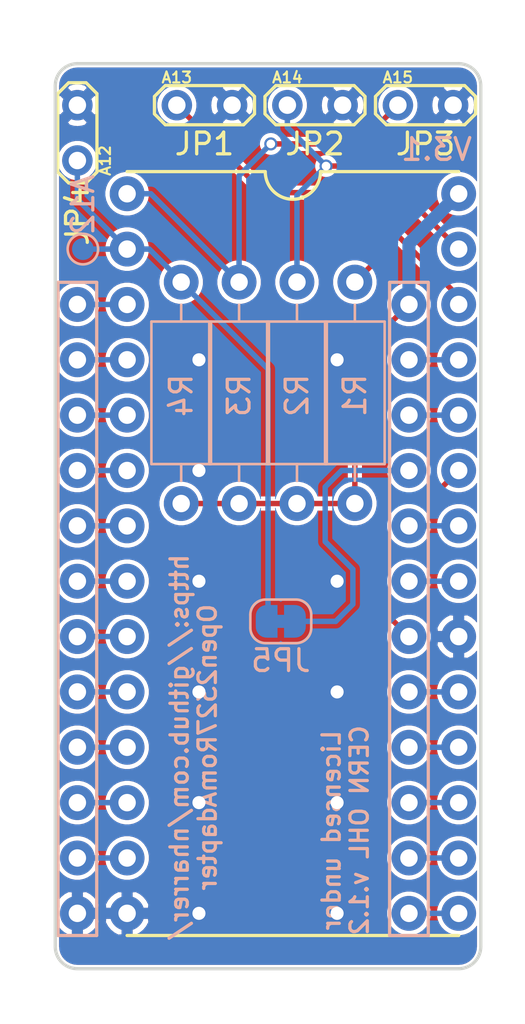
<source format=kicad_pcb>
(kicad_pcb (version 20171130) (host pcbnew "(5.1.6)-1")
  (title_block (title "Open2327RomAdapter: C64 ROM 24 -> EPROM 28 Pin Adapter") (date 2022-03-03) (rev 3.1) (company SukkoPera) (comment 1 https://ist.uwaterloo.ca/~~schepers/sockets.html) (comment 2 https://ist.uwaterloo.ca/~~schepers/roms.html) (comment 4 "Licensed under CERN OHL v.1.2"))
  (layers (0 F.Cu signal) (31 B.Cu signal) (36 B.SilkS user) (37 F.SilkS user) (38 B.Mask user) (39 F.Mask user) (44 Edge.Cuts user))
  (net 0 "")
  (net 1 GND)
  (net 2 VCC)
  (net 3 "Net-(U1-Pad1)")
  (net 4 "Net-(U1-Pad2)")
  (net 5 "Net-(U1-Pad3)")
  (net 6 "Net-(U1-Pad4)")
  (net 7 "Net-(U1-Pad5)")
  (net 8 "Net-(U1-Pad6)")
  (net 9 "Net-(U1-Pad7)")
  (net 10 "Net-(U1-Pad8)")
  (net 11 "Net-(U1-Pad9)")
  (net 12 "Net-(U1-Pad10)")
  (net 13 "Net-(U1-Pad11)")
  (net 14 "Net-(U1-Pad13)")
  (net 15 "Net-(U1-Pad14)")
  (net 16 "Net-(U1-Pad15)")
  (net 17 "Net-(U1-Pad16)")
  (net 18 "Net-(U1-Pad17)")
  (net 19 "Net-(U1-Pad18)")
  (net 20 "Net-(U1-Pad19)")
  (net 21 "Net-(U1-Pad20)")
  (net 22 "Net-(U1-Pad22)")
  (net 23 "Net-(U1-Pad23)")
  (net 24 "Net-(J1-Pad1)")
  (net 25 "Net-(JP1-Pad1)")
  (net 26 "Net-(JP2-Pad1)")
  (net 27 "Net-(JP3-Pad1)")
  (net 28 "Net-(JP5-Pad2)")
  (module TestPoint:TestPoint_2Pads_Pitch2.54mm_Drill0.8mm (layer F.Cu) (at 146.304 100.076 90)
    (fp_text reference JP4 (at -2.54 0 90) (layer F.SilkS))
    (fp_text value J_A12)
    (pad 2 thru_hole circle (at 2.54 0 90) (size 1.4 1.4) (drill 0.8) (layers *.Cu *.Mask) (net 1 GND))
    (pad 1 thru_hole circle (at 0 0 90) (size 1.4 1.4) (drill 0.8) (layers *.Cu *.Mask) (net 24 "Net-(J1-Pad1)"))
  )
  (module TestPoint:TestPoint_2Pads_Pitch2.54mm_Drill0.8mm (layer F.Cu) (at 161.036 97.536)
    (fp_text reference JP3 (at 1.27 1.778) (layer F.SilkS))
    (fp_text value J_A15)
    (pad 2 thru_hole circle (at 2.54 0) (size 1.4 1.4) (drill 0.8) (layers *.Cu *.Mask) (net 1 GND))
    (pad 1 thru_hole circle (at 0 0) (size 1.4 1.4) (drill 0.8) (layers *.Cu *.Mask) (net 27 "Net-(JP3-Pad1)"))
  )
  (module TestPoint:TestPoint_2Pads_Pitch2.54mm_Drill0.8mm (layer F.Cu) (at 155.956 97.536)
    (fp_text reference JP2 (at 1.27 1.778) (layer F.SilkS))
    (fp_text value J_A14)
    (pad 2 thru_hole circle (at 2.54 0) (size 1.4 1.4) (drill 0.8) (layers *.Cu *.Mask) (net 1 GND))
    (pad 1 thru_hole circle (at 0 0) (size 1.4 1.4) (drill 0.8) (layers *.Cu *.Mask) (net 26 "Net-(JP2-Pad1)"))
  )
  (module TestPoint:TestPoint_2Pads_Pitch2.54mm_Drill0.8mm (layer F.Cu) (at 150.876 97.536)
    (fp_text reference JP1 (at 1.27 1.778) (layer F.SilkS))
    (fp_text value J_A13)
    (pad 2 thru_hole circle (at 2.54 0) (size 1.4 1.4) (drill 0.8) (layers *.Cu *.Mask) (net 1 GND))
    (pad 1 thru_hole circle (at 0 0) (size 1.4 1.4) (drill 0.8) (layers *.Cu *.Mask) (net 25 "Net-(JP1-Pad1)"))
  )
  (module Resistor_THT:R_Axial_DIN0207_L6.3mm_D2.5mm_P10.16mm_Horizontal (layer B.Cu) (at 151.075799 105.655 270)
    (fp_text reference R4 (at 5.2 0 90) (layer B.SilkS) (effects (justify mirror)))
    (fp_text value 10k)
    (pad 2 thru_hole oval (at 10.16 0 270) (size 1.6 1.6) (drill 0.8) (layers *.Cu *.Mask) (net 2 VCC))
    (pad 1 thru_hole circle (at 0 0 270) (size 1.6 1.6) (drill 0.8) (layers *.Cu *.Mask) (net 24 "Net-(J1-Pad1)"))
  )
  (module Resistor_THT:R_Axial_DIN0207_L6.3mm_D2.5mm_P10.16mm_Horizontal (layer B.Cu) (at 153.736599 105.655 270)
    (fp_text reference R3 (at 5.2 0 90) (layer B.SilkS) (effects (justify mirror)))
    (fp_text value 10k)
    (pad 2 thru_hole oval (at 10.16 0 270) (size 1.6 1.6) (drill 0.8) (layers *.Cu *.Mask) (net 2 VCC))
    (pad 1 thru_hole circle (at 0 0 270) (size 1.6 1.6) (drill 0.8) (layers *.Cu *.Mask) (net 27 "Net-(JP3-Pad1)"))
  )
  (module Resistor_THT:R_Axial_DIN0207_L6.3mm_D2.5mm_P10.16mm_Horizontal (layer B.Cu) (at 156.397399 105.655 270)
    (fp_text reference R2 (at 5.2 0 90) (layer B.SilkS) (effects (justify mirror)))
    (fp_text value 10k)
    (pad 2 thru_hole oval (at 10.16 0 270) (size 1.6 1.6) (drill 0.8) (layers *.Cu *.Mask) (net 2 VCC))
    (pad 1 thru_hole circle (at 0 0 270) (size 1.6 1.6) (drill 0.8) (layers *.Cu *.Mask) (net 26 "Net-(JP2-Pad1)"))
  )
  (module Resistor_THT:R_Axial_DIN0207_L6.3mm_D2.5mm_P10.16mm_Horizontal (layer B.Cu) (at 159.058199 105.655 270)
    (fp_text reference R1 (at 5.2 0 90) (layer B.SilkS) (effects (justify mirror)))
    (fp_text value 10k)
    (pad 2 thru_hole oval (at 10.16 0 270) (size 1.6 1.6) (drill 0.8) (layers *.Cu *.Mask) (net 2 VCC))
    (pad 1 thru_hole circle (at 0 0 270) (size 1.6 1.6) (drill 0.8) (layers *.Cu *.Mask) (net 25 "Net-(JP1-Pad1)"))
  )
  (module Open2327RomAdapter:DIP-24_W15.24mm-Notch (layer F.Cu) (at 146.304 106.68)
    (fp_text reference U1 hide)
    (fp_text value 2364_SOCKET hide)
    (pad 1 thru_hole oval (at 0 0) (size 1.6 1.6) (drill 0.8) (layers *.Cu *.Mask) (net 3 "Net-(U1-Pad1)"))
    (pad 2 thru_hole oval (at 0 2.54) (size 1.6 1.6) (drill 0.8) (layers *.Cu *.Mask) (net 4 "Net-(U1-Pad2)"))
    (pad 3 thru_hole oval (at 0 5.08) (size 1.6 1.6) (drill 0.8) (layers *.Cu *.Mask) (net 5 "Net-(U1-Pad3)"))
    (pad 4 thru_hole oval (at 0 7.62) (size 1.6 1.6) (drill 0.8) (layers *.Cu *.Mask) (net 6 "Net-(U1-Pad4)"))
    (pad 5 thru_hole oval (at 0 10.16) (size 1.6 1.6) (drill 0.8) (layers *.Cu *.Mask) (net 7 "Net-(U1-Pad5)"))
    (pad 6 thru_hole oval (at 0 12.7) (size 1.6 1.6) (drill 0.8) (layers *.Cu *.Mask) (net 8 "Net-(U1-Pad6)"))
    (pad 7 thru_hole oval (at 0 15.24) (size 1.6 1.6) (drill 0.8) (layers *.Cu *.Mask) (net 9 "Net-(U1-Pad7)"))
    (pad 8 thru_hole oval (at 0 17.78) (size 1.6 1.6) (drill 0.8) (layers *.Cu *.Mask) (net 10 "Net-(U1-Pad8)"))
    (pad 9 thru_hole oval (at 0 20.32) (size 1.6 1.6) (drill 0.8) (layers *.Cu *.Mask) (net 11 "Net-(U1-Pad9)"))
    (pad 10 thru_hole oval (at 0 22.86) (size 1.6 1.6) (drill 0.8) (layers *.Cu *.Mask) (net 12 "Net-(U1-Pad10)"))
    (pad 11 thru_hole oval (at 0 25.4) (size 1.6 1.6) (drill 0.8) (layers *.Cu *.Mask) (net 13 "Net-(U1-Pad11)"))
    (pad 12 thru_hole oval (at 0 27.94) (size 1.6 1.6) (drill 0.8) (layers *.Cu *.Mask) (net 1 GND))
    (pad 13 thru_hole oval (at 15.24 27.94) (size 1.6 1.6) (drill 0.8) (layers *.Cu *.Mask) (net 14 "Net-(U1-Pad13)"))
    (pad 14 thru_hole oval (at 15.24 25.4) (size 1.6 1.6) (drill 0.8) (layers *.Cu *.Mask) (net 15 "Net-(U1-Pad14)"))
    (pad 15 thru_hole oval (at 15.24 22.86) (size 1.6 1.6) (drill 0.8) (layers *.Cu *.Mask) (net 16 "Net-(U1-Pad15)"))
    (pad 16 thru_hole oval (at 15.24 20.32) (size 1.6 1.6) (drill 0.8) (layers *.Cu *.Mask) (net 17 "Net-(U1-Pad16)"))
    (pad 17 thru_hole oval (at 15.24 17.78) (size 1.6 1.6) (drill 0.8) (layers *.Cu *.Mask) (net 18 "Net-(U1-Pad17)"))
    (pad 18 thru_hole oval (at 15.24 15.24) (size 1.6 1.6) (drill 0.8) (layers *.Cu *.Mask) (net 19 "Net-(U1-Pad18)"))
    (pad 19 thru_hole oval (at 15.24 12.7) (size 1.6 1.6) (drill 0.8) (layers *.Cu *.Mask) (net 20 "Net-(U1-Pad19)"))
    (pad 20 thru_hole oval (at 15.24 10.16) (size 1.6 1.6) (drill 0.8) (layers *.Cu *.Mask) (net 21 "Net-(U1-Pad20)"))
    (pad 21 thru_hole oval (at 15.24 7.62) (size 1.6 1.6) (drill 0.8) (layers *.Cu *.Mask) (net 28 "Net-(JP5-Pad2)"))
    (pad 22 thru_hole oval (at 15.24 5.08) (size 1.6 1.6) (drill 0.8) (layers *.Cu *.Mask) (net 22 "Net-(U1-Pad22)"))
    (pad 23 thru_hole oval (at 15.24 2.54) (size 1.6 1.6) (drill 0.8) (layers *.Cu *.Mask) (net 23 "Net-(U1-Pad23)"))
    (pad 24 thru_hole oval (at 15.24 0) (size 1.6 1.6) (drill 0.8) (layers *.Cu *.Mask) (net 2 VCC))
  )
  (module Open2327RomAdapter:DIP-28_W15.24mm-Notch (layer F.Cu) (at 148.59 101.6)
    (fp_text reference U2 hide)
    (fp_text value 27128 hide)
    (pad 1 thru_hole oval (at 0 0) (size 1.6 1.6) (drill 0.8) (layers *.Cu *.Mask) (net 27 "Net-(JP3-Pad1)"))
    (pad 2 thru_hole oval (at 0 2.54) (size 1.6 1.6) (drill 0.8) (layers *.Cu *.Mask) (net 24 "Net-(J1-Pad1)"))
    (pad 3 thru_hole oval (at 0 5.08) (size 1.6 1.6) (drill 0.8) (layers *.Cu *.Mask) (net 3 "Net-(U1-Pad1)"))
    (pad 4 thru_hole oval (at 0 7.62) (size 1.6 1.6) (drill 0.8) (layers *.Cu *.Mask) (net 4 "Net-(U1-Pad2)"))
    (pad 5 thru_hole oval (at 0 10.16) (size 1.6 1.6) (drill 0.8) (layers *.Cu *.Mask) (net 5 "Net-(U1-Pad3)"))
    (pad 6 thru_hole oval (at 0 12.7) (size 1.6 1.6) (drill 0.8) (layers *.Cu *.Mask) (net 6 "Net-(U1-Pad4)"))
    (pad 7 thru_hole oval (at 0 15.24) (size 1.6 1.6) (drill 0.8) (layers *.Cu *.Mask) (net 7 "Net-(U1-Pad5)"))
    (pad 8 thru_hole oval (at 0 17.78) (size 1.6 1.6) (drill 0.8) (layers *.Cu *.Mask) (net 8 "Net-(U1-Pad6)"))
    (pad 9 thru_hole oval (at 0 20.32) (size 1.6 1.6) (drill 0.8) (layers *.Cu *.Mask) (net 9 "Net-(U1-Pad7)"))
    (pad 10 thru_hole oval (at 0 22.86) (size 1.6 1.6) (drill 0.8) (layers *.Cu *.Mask) (net 10 "Net-(U1-Pad8)"))
    (pad 11 thru_hole oval (at 0 25.4) (size 1.6 1.6) (drill 0.8) (layers *.Cu *.Mask) (net 11 "Net-(U1-Pad9)"))
    (pad 12 thru_hole oval (at 0 27.94) (size 1.6 1.6) (drill 0.8) (layers *.Cu *.Mask) (net 12 "Net-(U1-Pad10)"))
    (pad 13 thru_hole oval (at 0 30.48) (size 1.6 1.6) (drill 0.8) (layers *.Cu *.Mask) (net 13 "Net-(U1-Pad11)"))
    (pad 14 thru_hole oval (at 0 33.02) (size 1.6 1.6) (drill 0.8) (layers *.Cu *.Mask) (net 1 GND))
    (pad 15 thru_hole oval (at 15.24 33.02) (size 1.6 1.6) (drill 0.8) (layers *.Cu *.Mask) (net 14 "Net-(U1-Pad13)"))
    (pad 16 thru_hole oval (at 15.24 30.48) (size 1.6 1.6) (drill 0.8) (layers *.Cu *.Mask) (net 15 "Net-(U1-Pad14)"))
    (pad 17 thru_hole oval (at 15.24 27.94) (size 1.6 1.6) (drill 0.8) (layers *.Cu *.Mask) (net 16 "Net-(U1-Pad15)"))
    (pad 18 thru_hole oval (at 15.24 25.4) (size 1.6 1.6) (drill 0.8) (layers *.Cu *.Mask) (net 17 "Net-(U1-Pad16)"))
    (pad 19 thru_hole oval (at 15.24 22.86) (size 1.6 1.6) (drill 0.8) (layers *.Cu *.Mask) (net 18 "Net-(U1-Pad17)"))
    (pad 20 thru_hole oval (at 15.24 20.32) (size 1.6 1.6) (drill 0.8) (layers *.Cu *.Mask) (net 1 GND))
    (pad 21 thru_hole oval (at 15.24 17.78) (size 1.6 1.6) (drill 0.8) (layers *.Cu *.Mask) (net 20 "Net-(U1-Pad19)"))
    (pad 22 thru_hole oval (at 15.24 15.24) (size 1.6 1.6) (drill 0.8) (layers *.Cu *.Mask) (net 21 "Net-(U1-Pad20)"))
    (pad 23 thru_hole oval (at 15.24 12.7) (size 1.6 1.6) (drill 0.8) (layers *.Cu *.Mask) (net 19 "Net-(U1-Pad18)"))
    (pad 24 thru_hole oval (at 15.24 10.16) (size 1.6 1.6) (drill 0.8) (layers *.Cu *.Mask) (net 22 "Net-(U1-Pad22)"))
    (pad 25 thru_hole oval (at 15.24 7.62) (size 1.6 1.6) (drill 0.8) (layers *.Cu *.Mask) (net 23 "Net-(U1-Pad23)"))
    (pad 26 thru_hole oval (at 15.24 5.08) (size 1.6 1.6) (drill 0.8) (layers *.Cu *.Mask) (net 25 "Net-(JP1-Pad1)"))
    (pad 27 thru_hole oval (at 15.24 2.54) (size 1.6 1.6) (drill 0.8) (layers *.Cu *.Mask) (net 26 "Net-(JP2-Pad1)"))
    (pad 28 thru_hole oval (at 15.24 0) (size 1.6 1.6) (drill 0.8) (layers *.Cu *.Mask) (net 2 VCC))
  )
  (module Symbol:OSHW-Logo2_7.3x6mm_Copper (layer F.Cu) (at 154.686 132.08 90)
    (fp_text reference P99 hide)
    (fp_text value OSHW_LOGO hide)
    (fp_poly (pts (xy -2.400256 1.919918) (xy -2.344799 1.947568) (xy -2.295852 1.99848) (xy -2.282371 2.017338) (xy -2.267686 2.042015) (xy -2.258158 2.068816) (xy -2.252707 2.104587) (xy -2.250253 2.156169) (xy -2.249714 2.224267) (xy -2.252148 2.317588) (xy -2.260606 2.387657) (xy -2.276826 2.439931) (xy -2.302546 2.479869) (xy -2.339503 2.512929) (xy -2.342218 2.514886) (xy -2.37864 2.534908) (xy -2.422498 2.544815) (xy -2.478276 2.547257) (xy -2.568952 2.547257) (xy -2.56899 2.635283) (xy -2.569834 2.684308) (xy -2.574976 2.713065) (xy -2.588413 2.730311) (xy -2.614142 2.744808) (xy -2.620321 2.747769) (xy -2.649236 2.761648) (xy -2.671624 2.770414) (xy -2.688271 2.771171) (xy -2.699964 2.761023) (xy -2.70749 2.737073) (xy -2.711634 2.696426) (xy -2.713185 2.636186) (xy -2.712929 2.553455) (xy -2.711651 2.445339) (xy -2.711252 2.413) (xy -2.709815 2.301524) (xy -2.708528 2.228603) (xy -2.569029 2.228603) (xy -2.568245 2.290499) (xy -2.56476 2.330997) (xy -2.556876 2.357708) (xy -2.542895 2.378244) (xy -2.533403 2.38826) (xy -2.494596 2.417567) (xy -2.460237 2.419952) (xy -2.424784 2.39575) (xy -2.423886 2.394857) (xy -2.409461 2.376153) (xy -2.400687 2.350732) (xy -2.396261 2.311584) (xy -2.394882 2.251697) (xy -2.394857 2.23843) (xy -2.398188 2.155901) (xy -2.409031 2.098691) (xy -2.42866 2.063766) (xy -2.45835 2.048094) (xy -2.475509 2.046514) (xy -2.516234 2.053926) (xy -2.544168 2.07833) (xy -2.560983 2.12298) (xy -2.56835 2.19113) (xy -2.569029 2.228603) (xy -2.708528 2.228603) (xy -2.708292 2.215245) (xy -2.706323 2.150333) (xy -2.70355 2.102958) (xy -2.699612 2.06929) (xy -2.694151 2.045498) (xy -2.686808 2.027753) (xy -2.677223 2.012224) (xy -2.673113 2.006381) (xy -2.618595 1.951185) (xy -2.549664 1.91989) (xy -2.469928 1.911165) (xy -2.400256 1.919918)) (layer F.Cu) (width 0.01))
    (fp_poly (pts (xy -1.283907 1.92778) (xy -1.237328 1.954723) (xy -1.204943 1.981466) (xy -1.181258 2.009484) (xy -1.164941 2.043748) (xy -1.154661 2.089227) (xy -1.149086 2.150892) (xy -1.146884 2.233711) (xy -1.146629 2.293246) (xy -1.146629 2.512391) (xy -1.208314 2.540044) (xy -1.27 2.567697) (xy -1.277257 2.32767) (xy -1.280256 2.238028) (xy -1.283402 2.172962) (xy -1.287299 2.128026) (xy -1.292553 2.09877) (xy -1.299769 2.080748) (xy -1.30955 2.069511) (xy -1.312688 2.067079) (xy -1.360239 2.048083) (xy -1.408303 2.0556) (xy -1.436914 2.075543) (xy -1.448553 2.089675) (xy -1.456609 2.10822) (xy -1.461729 2.136334) (xy -1.464559 2.179173) (xy -1.465744 2.241895) (xy -1.465943 2.307261) (xy -1.465982 2.389268) (xy -1.467386 2.447316) (xy -1.472086 2.486465) (xy -1.482013 2.51178) (xy -1.499097 2.528323) (xy -1.525268 2.541156) (xy -1.560225 2.554491) (xy -1.598404 2.569007) (xy -1.593859 2.311389) (xy -1.592029 2.218519) (xy -1.589888 2.149889) (xy -1.586819 2.100711) (xy -1.582206 2.066198) (xy -1.575432 2.041562) (xy -1.565881 2.022016) (xy -1.554366 2.00477) (xy -1.49881 1.94968) (xy -1.43102 1.917822) (xy -1.357287 1.910191) (xy -1.283907 1.92778)) (layer F.Cu) (width 0.01))
    (fp_poly (pts (xy -2.958885 1.921962) (xy -2.890855 1.957733) (xy -2.840649 2.015301) (xy -2.822815 2.052312) (xy -2.808937 2.107882) (xy -2.801833 2.178096) (xy -2.80116 2.254727) (xy -2.806573 2.329552) (xy -2.81773 2.394342) (xy -2.834286 2.440873) (xy -2.839374 2.448887) (xy -2.899645 2.508707) (xy -2.971231 2.544535) (xy -3.048908 2.55502) (xy -3.127452 2.53881) (xy -3.149311 2.529092) (xy -3.191878 2.499143) (xy -3.229237 2.459433) (xy -3.232768 2.454397) (xy -3.247119 2.430124) (xy -3.256606 2.404178) (xy -3.26221 2.370022) (xy -3.264914 2.321119) (xy -3.265701 2.250935) (xy -3.265714 2.2352) (xy -3.265678 2.230192) (xy -3.120571 2.230192) (xy -3.119727 2.29643) (xy -3.116404 2.340386) (xy -3.109417 2.368779) (xy -3.097584 2.388325) (xy -3.091543 2.394857) (xy -3.056814 2.41968) (xy -3.023097 2.418548) (xy -2.989005 2.397016) (xy -2.968671 2.374029) (xy -2.956629 2.340478) (xy -2.949866 2.287569) (xy -2.949402 2.281399) (xy -2.948248 2.185513) (xy -2.960312 2.114299) (xy -2.98543 2.068194) (xy -3.02344 2.047635) (xy -3.037008 2.046514) (xy -3.072636 2.052152) (xy -3.097006 2.071686) (xy -3.111907 2.109042) (xy -3.119125 2.16815) (xy -3.120571 2.230192) (xy -3.265678 2.230192) (xy -3.265174 2.160413) (xy -3.262904 2.108159) (xy -3.257932 2.071949) (xy -3.249287 2.045299) (xy -3.235995 2.021722) (xy -3.233057 2.017338) (xy -3.183687 1.958249) (xy -3.129891 1.923947) (xy -3.064398 1.910331) (xy -3.042158 1.909665) (xy -2.958885 1.921962)) (layer F.Cu) (width 0.01))
    (fp_poly (pts (xy -1.831697 1.931239) (xy -1.774473 1.969735) (xy -1.730251 2.025335) (xy -1.703833 2.096086) (xy -1.69849 2.148162) (xy -1.699097 2.169893) (xy -1.704178 2.186531) (xy -1.718145 2.201437) (xy -1.745411 2.217973) (xy -1.790388 2.239498) (xy -1.857489 2.269374) (xy -1.857829 2.269524) (xy -1.919593 2.297813) (xy -1.970241 2.322933) (xy -2.004596 2.342179) (xy -2.017482 2.352848) (xy -2.017486 2.352934) (xy -2.006128 2.376166) (xy -1.979569 2.401774) (xy -1.949077 2.420221) (xy -1.93363 2.423886) (xy -1.891485 2.411212) (xy -1.855192 2.379471) (xy -1.837483 2.344572) (xy -1.820448 2.318845) (xy -1.787078 2.289546) (xy -1.747851 2.264235) (xy -1.713244 2.250471) (xy -1.706007 2.249714) (xy -1.697861 2.26216) (xy -1.69737 2.293972) (xy -1.703357 2.336866) (xy -1.714643 2.382558) (xy -1.73005 2.422761) (xy -1.730829 2.424322) (xy -1.777196 2.489062) (xy -1.837289 2.533097) (xy -1.905535 2.554711) (xy -1.976362 2.552185) (xy -2.044196 2.523804) (xy -2.047212 2.521808) (xy -2.100573 2.473448) (xy -2.13566 2.410352) (xy -2.155078 2.327387) (xy -2.157684 2.304078) (xy -2.162299 2.194055) (xy -2.156767 2.142748) (xy -2.017486 2.142748) (xy -2.015676 2.174753) (xy -2.005778 2.184093) (xy -1.981102 2.177105) (xy -1.942205 2.160587) (xy -1.898725 2.139881) (xy -1.897644 2.139333) (xy -1.860791 2.119949) (xy -1.846 2.107013) (xy -1.849647 2.093451) (xy -1.865005 2.075632) (xy -1.904077 2.049845) (xy -1.946154 2.04795) (xy -1.983897 2.066717) (xy -2.009966 2.102915) (xy -2.017486 2.142748) (xy -2.156767 2.142748) (xy -2.152806 2.106027) (xy -2.12845 2.036212) (xy -2.094544 1.987302) (xy -2.033347 1.937878) (xy -1.965937 1.913359) (xy -1.89712 1.911797) (xy -1.831697 1.931239)) (layer F.Cu) (width 0.01))
    (fp_poly (pts (xy -0.624114 1.851289) (xy -0.619861 1.910613) (xy -0.614975 1.945572) (xy -0.608205 1.96082) (xy -0.598298 1.961015) (xy -0.595086 1.959195) (xy -0.552356 1.946015) (xy -0.496773 1.946785) (xy -0.440263 1.960333) (xy -0.404918 1.977861) (xy -0.368679 2.005861) (xy -0.342187 2.037549) (xy -0.324001 2.077813) (xy -0.312678 2.131543) (xy -0.306778 2.203626) (xy -0.304857 2.298951) (xy -0.304823 2.317237) (xy -0.3048 2.522646) (xy -0.350509 2.53858) (xy -0.382973 2.54942) (xy -0.400785 2.554468) (xy -0.401309 2.554514) (xy -0.403063 2.540828) (xy -0.404556 2.503076) (xy -0.405674 2.446224) (xy -0.406303 2.375234) (xy -0.4064 2.332073) (xy -0.406602 2.246973) (xy -0.407642 2.185981) (xy -0.410169 2.144177) (xy -0.414836 2.116642) (xy -0.422293 2.098456) (xy -0.433189 2.084698) (xy -0.439993 2.078073) (xy -0.486728 2.051375) (xy -0.537728 2.049375) (xy -0.583999 2.071955) (xy -0.592556 2.080107) (xy -0.605107 2.095436) (xy -0.613812 2.113618) (xy -0.619369 2.139909) (xy -0.622474 2.179562) (xy -0.623824 2.237832) (xy -0.624114 2.318173) (xy -0.624114 2.522646) (xy -0.669823 2.53858) (xy -0.702287 2.54942) (xy -0.720099 2.554468) (xy -0.720623 2.554514) (xy -0.721963 2.540623) (xy -0.723172 2.501439) (xy -0.724199 2.4407) (xy -0.724998 2.362141) (xy -0.725519 2.269498) (xy -0.725714 2.166509) (xy -0.725714 1.769342) (xy -0.678543 1.749444) (xy -0.631371 1.729547) (xy -0.624114 1.851289)) (layer F.Cu) (width 0.01))
    (fp_poly (pts (xy 0.039744 1.950968) (xy 0.096616 1.972087) (xy 0.097267 1.972493) (xy 0.13244 1.99838) (xy 0.158407 2.028633) (xy 0.17667 2.068058) (xy 0.188732 2.121462) (xy 0.196096 2.193651) (xy 0.200264 2.289432) (xy 0.200629 2.303078) (xy 0.205876 2.508842) (xy 0.161716 2.531678) (xy 0.129763 2.54711) (xy 0.11047 2.554423) (xy 0.109578 2.554514) (xy 0.106239 2.541022) (xy 0.103587 2.504626) (xy 0.101956 2.451452) (xy 0.1016 2.408393) (xy 0.101592 2.338641) (xy 0.098403 2.294837) (xy 0.087288 2.273944) (xy 0.063501 2.272925) (xy 0.022296 2.288741) (xy -0.039914 2.317815) (xy -0.085659 2.341963) (xy -0.109187 2.362913) (xy -0.116104 2.385747) (xy -0.116114 2.386877) (xy -0.104701 2.426212) (xy -0.070908 2.447462) (xy -0.019191 2.450539) (xy 0.018061 2.450006) (xy 0.037703 2.460735) (xy 0.049952 2.486505) (xy 0.057002 2.519337) (xy 0.046842 2.537966) (xy 0.043017 2.540632) (xy 0.007001 2.55134) (xy -0.043434 2.552856) (xy -0.095374 2.545759) (xy -0.132178 2.532788) (xy -0.183062 2.489585) (xy -0.211986 2.429446) (xy -0.217714 2.382462) (xy -0.213343 2.340082) (xy -0.197525 2.305488) (xy -0.166203 2.274763) (xy -0.115322 2.24399) (xy -0.040824 2.209252) (xy -0.036286 2.207288) (xy 0.030821 2.176287) (xy 0.072232 2.150862) (xy 0.089981 2.128014) (xy 0.086107 2.104745) (xy 0.062643 2.078056) (xy 0.055627 2.071914) (xy 0.00863 2.0481) (xy -0.040067 2.049103) (xy -0.082478 2.072451) (xy -0.110616 2.115675) (xy -0.113231 2.12416) (xy -0.138692 2.165308) (xy -0.170999 2.185128) (xy -0.217714 2.20477) (xy -0.217714 2.15395) (xy -0.203504 2.080082) (xy -0.161325 2.012327) (xy -0.139376 1.989661) (xy -0.089483 1.960569) (xy -0.026033 1.9474) (xy 0.039744 1.950968)) (layer F.Cu) (width 0.01))
    (fp_poly (pts (xy 0.529926 1.949755) (xy 0.595858 1.974084) (xy 0.649273 2.017117) (xy 0.670164 2.047409) (xy 0.692939 2.102994) (xy 0.692466 2.143186) (xy 0.668562 2.170217) (xy 0.659717 2.174813) (xy 0.62153 2.189144) (xy 0.602028 2.185472) (xy 0.595422 2.161407) (xy 0.595086 2.148114) (xy 0.582992 2.09921) (xy 0.551471 2.064999) (xy 0.507659 2.048476) (xy 0.458695 2.052634) (xy 0.418894 2.074227) (xy 0.40545 2.086544) (xy 0.395921 2.101487) (xy 0.389485 2.124075) (xy 0.385317 2.159328) (xy 0.382597 2.212266) (xy 0.380502 2.287907) (xy 0.37996 2.311857) (xy 0.377981 2.39379) (xy 0.375731 2.451455) (xy 0.372357 2.489608) (xy 0.367006 2.513004) (xy 0.358824 2.526398) (xy 0.346959 2.534545) (xy 0.339362 2.538144) (xy 0.307102 2.550452) (xy 0.288111 2.554514) (xy 0.281836 2.540948) (xy 0.278006 2.499934) (xy 0.2766 2.430999) (xy 0.277598 2.333669) (xy 0.277908 2.318657) (xy 0.280101 2.229859) (xy 0.282693 2.165019) (xy 0.286382 2.119067) (xy 0.291864 2.086935) (xy 0.299835 2.063553) (xy 0.310993 2.043852) (xy 0.31683 2.03541) (xy 0.350296 1.998057) (xy 0.387727 1.969003) (xy 0.392309 1.966467) (xy 0.459426 1.946443) (xy 0.529926 1.949755)) (layer F.Cu) (width 0.01))
    (fp_poly (pts (xy 1.190117 2.065358) (xy 1.189933 2.173837) (xy 1.189219 2.257287) (xy 1.187675 2.319704) (xy 1.185001 2.365085) (xy 1.180894 2.397429) (xy 1.175055 2.420733) (xy 1.167182 2.438995) (xy 1.161221 2.449418) (xy 1.111855 2.505945) (xy 1.049264 2.541377) (xy 0.980013 2.55409) (xy 0.910668 2.542463) (xy 0.869375 2.521568) (xy 0.826025 2.485422) (xy 0.796481 2.441276) (xy 0.778655 2.383462) (xy 0.770463 2.306313) (xy 0.769302 2.249714) (xy 0.769458 2.245647) (xy 0.870857 2.245647) (xy 0.871476 2.31055) (xy 0.874314 2.353514) (xy 0.88084 2.381622) (xy 0.892523 2.401953) (xy 0.906483 2.417288) (xy 0.953365 2.44689) (xy 1.003701 2.449419) (xy 1.051276 2.424705) (xy 1.054979 2.421356) (xy 1.070783 2.403935) (xy 1.080693 2.383209) (xy 1.086058 2.352362) (xy 1.088228 2.304577) (xy 1.088571 2.251748) (xy 1.087827 2.185381) (xy 1.084748 2.141106) (xy 1.078061 2.112009) (xy 1.066496 2.091173) (xy 1.057013 2.080107) (xy 1.01296 2.052198) (xy 0.962224 2.048843) (xy 0.913796 2.070159) (xy 0.90445 2.078073) (xy 0.88854 2.095647) (xy 0.87861 2.116587) (xy 0.873278 2.147782) (xy 0.871163 2.196122) (xy 0.870857 2.245647) (xy 0.769458 2.245647) (xy 0.77281 2.158568) (xy 0.784726 2.090086) (xy 0.807135 2.0386) (xy 0.842124 1.998443) (xy 0.869375 1.977861) (xy 0.918907 1.955625) (xy 0.976316 1.945304) (xy 1.029682 1.948067) (xy 1.059543 1.959212) (xy 1.071261 1.962383) (xy 1.079037 1.950557) (xy 1.084465 1.918866) (xy 1.088571 1.870593) (xy 1.093067 1.816829) (xy 1.099313 1.784482) (xy 1.110676 1.765985) (xy 1.130528 1.75377) (xy 1.143 1.748362) (xy 1.190171 1.728601) (xy 1.190117 2.065358)) (layer F.Cu) (width 0.01))
    (fp_poly (pts (xy 1.779833 1.958663) (xy 1.782048 1.99685) (xy 1.783784 2.054886) (xy 1.784899 2.12818) (xy 1.785257 2.205055) (xy 1.785257 2.465196) (xy 1.739326 2.511127) (xy 1.707675 2.539429) (xy 1.67989 2.550893) (xy 1.641915 2.550168) (xy 1.62684 2.548321) (xy 1.579726 2.542948) (xy 1.540756 2.539869) (xy 1.531257 2.539585) (xy 1.499233 2.541445) (xy 1.453432 2.546114) (xy 1.435674 2.548321) (xy 1.392057 2.551735) (xy 1.362745 2.54432) (xy 1.33368 2.521427) (xy 1.323188 2.511127) (xy 1.277257 2.465196) (xy 1.277257 1.978602) (xy 1.314226 1.961758) (xy 1.346059 1.949282) (xy 1.364683 1.944914) (xy 1.369458 1.958718) (xy 1.373921 1.997286) (xy 1.377775 2.056356) (xy 1.380722 2.131663) (xy 1.382143 2.195286) (xy 1.386114 2.445657) (xy 1.420759 2.450556) (xy 1.452268 2.447131) (xy 1.467708 2.436041) (xy 1.472023 2.415308) (xy 1.475708 2.371145) (xy 1.478469 2.309146) (xy 1.480012 2.234909) (xy 1.480235 2.196706) (xy 1.480457 1.976783) (xy 1.526166 1.960849) (xy 1.558518 1.950015) (xy 1.576115 1.944962) (xy 1.576623 1.944914) (xy 1.578388 1.958648) (xy 1.580329 1.99673) (xy 1.582282 2.054482) (xy 1.584084 2.127227) (xy 1.585343 2.195286) (xy 1.589314 2.445657) (xy 1.6764 2.445657) (xy 1.680396 2.21724) (xy 1.684392 1.988822) (xy 1.726847 1.966868) (xy 1.758192 1.951793) (xy 1.776744 1.944951) (xy 1.777279 1.944914) (xy 1.779833 1.958663)) (layer F.Cu) (width 0.01))
    (fp_poly (pts (xy 2.144876 1.956335) (xy 2.186667 1.975344) (xy 2.219469 1.998378) (xy 2.243503 2.024133) (xy 2.260097 2.057358) (xy 2.270577 2.1028) (xy 2.276271 2.165207) (xy 2.278507 2.249327) (xy 2.278743 2.304721) (xy 2.278743 2.520826) (xy 2.241774 2.53767) (xy 2.212656 2.549981) (xy 2.198231 2.554514) (xy 2.195472 2.541025) (xy 2.193282 2.504653) (xy 2.191942 2.451542) (xy 2.191657 2.409372) (xy 2.190434 2.348447) (xy 2.187136 2.300115) (xy 2.182321 2.270518) (xy 2.178496 2.264229) (xy 2.152783 2.270652) (xy 2.112418 2.287125) (xy 2.065679 2.309458) (xy 2.020845 2.333457) (xy 1.986193 2.35493) (xy 1.970002 2.369685) (xy 1.969938 2.369845) (xy 1.97133 2.397152) (xy 1.983818 2.423219) (xy 2.005743 2.444392) (xy 2.037743 2.451474) (xy 2.065092 2.450649) (xy 2.103826 2.450042) (xy 2.124158 2.459116) (xy 2.136369 2.483092) (xy 2.137909 2.487613) (xy 2.143203 2.521806) (xy 2.129047 2.542568) (xy 2.092148 2.552462) (xy 2.052289 2.554292) (xy 1.980562 2.540727) (xy 1.943432 2.521355) (xy 1.897576 2.475845) (xy 1.873256 2.419983) (xy 1.871073 2.360957) (xy 1.891629 2.305953) (xy 1.922549 2.271486) (xy 1.95342 2.252189) (xy 2.001942 2.227759) (xy 2.058485 2.202985) (xy 2.06791 2.199199) (xy 2.130019 2.171791) (xy 2.165822 2.147634) (xy 2.177337 2.123619) (xy 2.16658 2.096635) (xy 2.148114 2.075543) (xy 2.104469 2.049572) (xy 2.056446 2.047624) (xy 2.012406 2.067637) (xy 1.980709 2.107551) (xy 1.976549 2.117848) (xy 1.952327 2.155724) (xy 1.916965 2.183842) (xy 1.872343 2.206917) (xy 1.872343 2.141485) (xy 1.874969 2.101506) (xy 1.88623 2.069997) (xy 1.911199 2.036378) (xy 1.935169 2.010484) (xy 1.972441 1.973817) (xy 2.001401 1.954121) (xy 2.032505 1.94622) (xy 2.067713 1.944914) (xy 2.144876 1.956335)) (layer F.Cu) (width 0.01))
    (fp_poly (pts (xy 2.6526 1.958752) (xy 2.669948 1.966334) (xy 2.711356 1.999128) (xy 2.746765 2.046547) (xy 2.768664 2.097151) (xy 2.772229 2.122098) (xy 2.760279 2.156927) (xy 2.734067 2.175357) (xy 2.705964 2.186516) (xy 2.693095 2.188572) (xy 2.686829 2.173649) (xy 2.674456 2.141175) (xy 2.669028 2.126502) (xy 2.63859 2.075744) (xy 2.59452 2.050427) (xy 2.53801 2.051206) (xy 2.533825 2.052203) (xy 2.503655 2.066507) (xy 2.481476 2.094393) (xy 2.466327 2.139287) (xy 2.45725 2.204615) (xy 2.453286 2.293804) (xy 2.452914 2.341261) (xy 2.45273 2.416071) (xy 2.451522 2.467069) (xy 2.448309 2.499471) (xy 2.442109 2.518495) (xy 2.43194 2.529356) (xy 2.416819 2.537272) (xy 2.415946 2.53767) (xy 2.386828 2.549981) (xy 2.372403 2.554514) (xy 2.370186 2.540809) (xy 2.368289 2.502925) (xy 2.366847 2.445715) (xy 2.365998 2.374027) (xy 2.365829 2.321565) (xy 2.366692 2.220047) (xy 2.37007 2.143032) (xy 2.377142 2.086023) (xy 2.389088 2.044526) (xy 2.40709 2.014043) (xy 2.432327 1.99008) (xy 2.457247 1.973355) (xy 2.517171 1.951097) (xy 2.586911 1.946076) (xy 2.6526 1.958752)) (layer F.Cu) (width 0.01))
    (fp_poly (pts (xy 3.153595 1.966966) (xy 3.211021 2.004497) (xy 3.238719 2.038096) (xy 3.260662 2.099064) (xy 3.262405 2.147308) (xy 3.258457 2.211816) (xy 3.109686 2.276934) (xy 3.037349 2.310202) (xy 2.990084 2.336964) (xy 2.965507 2.360144) (xy 2.961237 2.382667) (xy 2.974889 2.407455) (xy 2.989943 2.423886) (xy 3.033746 2.450235) (xy 3.081389 2.452081) (xy 3.125145 2.431546) (xy 3.157289 2.390752) (xy 3.163038 2.376347) (xy 3.190576 2.331356) (xy 3.222258 2.312182) (xy 3.265714 2.295779) (xy 3.265714 2.357966) (xy 3.261872 2.400283) (xy 3.246823 2.435969) (xy 3.21528 2.476943) (xy 3.210592 2.482267) (xy 3.175506 2.51872) (xy 3.145347 2.538283) (xy 3.107615 2.547283) (xy 3.076335 2.55023) (xy 3.020385 2.550965) (xy 2.980555 2.54166) (xy 2.955708 2.527846) (xy 2.916656 2.497467) (xy 2.889625 2.464613) (xy 2.872517 2.423294) (xy 2.863238 2.367521) (xy 2.859693 2.291305) (xy 2.85941 2.252622) (xy 2.860372 2.206247) (xy 2.948007 2.206247) (xy 2.949023 2.231126) (xy 2.951556 2.2352) (xy 2.968274 2.229665) (xy 3.004249 2.215017) (xy 3.052331 2.19419) (xy 3.062386 2.189714) (xy 3.123152 2.158814) (xy 3.156632 2.131657) (xy 3.16399 2.10622) (xy 3.146391 2.080481) (xy 3.131856 2.069109) (xy 3.07941 2.046364) (xy 3.030322 2.050122) (xy 2.989227 2.077884) (xy 2.960758 2.127152) (xy 2.951631 2.166257) (xy 2.948007 2.206247) (xy 2.860372 2.206247) (xy 2.861285 2.162249) (xy 2.868196 2.095384) (xy 2.881884 2.046695) (xy 2.904096 2.010849) (xy 2.936574 1.982513) (xy 2.950733 1.973355) (xy 3.015053 1.949507) (xy 3.085473 1.948006) (xy 3.153595 1.966966)) (layer F.Cu) (width 0.01))
    (fp_poly (pts (xy 0.10391 -2.757652) (xy 0.182454 -2.757222) (xy 0.239298 -2.756058) (xy 0.278105 -2.753793) (xy 0.302538 -2.75006) (xy 0.316262 -2.744494) (xy 0.32294 -2.736727) (xy 0.326236 -2.726395) (xy 0.326556 -2.725057) (xy 0.331562 -2.700921) (xy 0.340829 -2.653299) (xy 0.353392 -2.587259) (xy 0.368287 -2.507872) (xy 0.384551 -2.420204) (xy 0.385119 -2.417125) (xy 0.40141 -2.331211) (xy 0.416652 -2.255304) (xy 0.429861 -2.193955) (xy 0.440054 -2.151718) (xy 0.446248 -2.133145) (xy 0.446543 -2.132816) (xy 0.464788 -2.123747) (xy 0.502405 -2.108633) (xy 0.551271 -2.090738) (xy 0.551543 -2.090642) (xy 0.613093 -2.067507) (xy 0.685657 -2.038035) (xy 0.754057 -2.008403) (xy 0.757294 -2.006938) (xy 0.868702 -1.956374) (xy 1.115399 -2.12484) (xy 1.191077 -2.176197) (xy 1.259631 -2.222111) (xy 1.317088 -2.25997) (xy 1.359476 -2.287163) (xy 1.382825 -2.301079) (xy 1.385042 -2.302111) (xy 1.40201 -2.297516) (xy 1.433701 -2.275345) (xy 1.481352 -2.234553) (xy 1.546198 -2.174095) (xy 1.612397 -2.109773) (xy 1.676214 -2.046388) (xy 1.733329 -1.988549) (xy 1.780305 -1.939825) (xy 1.813703 -1.90379) (xy 1.830085 -1.884016) (xy 1.830694 -1.882998) (xy 1.832505 -1.869428) (xy 1.825683 -1.847267) (xy 1.80854 -1.813522) (xy 1.779393 -1.7652) (xy 1.736555 -1.699308) (xy 1.679448 -1.614483) (xy 1.628766 -1.539823) (xy 1.583461 -1.47286) (xy 1.54615 -1.417484) (xy 1.519452 -1.37758) (xy 1.505985 -1.357038) (xy 1.505137 -1.355644) (xy 1.506781 -1.335962) (xy 1.519245 -1.297707) (xy 1.540048 -1.248111) (xy 1.547462 -1.232272) (xy 1.579814 -1.16171) (xy 1.614328 -1.081647) (xy 1.642365 -1.012371) (xy 1.662568 -0.960955) (xy 1.678615 -0.921881) (xy 1.687888 -0.901459) (xy 1.689041 -0.899886) (xy 1.706096 -0.897279) (xy 1.746298 -0.890137) (xy 1.804302 -0.879477) (xy 1.874763 -0.866315) (xy 1.952335 -0.851667) (xy 2.031672 -0.836551) (xy 2.107431 -0.821982) (xy 2.174264 -0.808978) (xy 2.226828 -0.798555) (xy 2.259776 -0.79173) (xy 2.267857 -0.789801) (xy 2.276205 -0.785038) (xy 2.282506 -0.774282) (xy 2.287045 -0.753902) (xy 2.290104 -0.720266) (xy 2.291967 -0.669745) (xy 2.292918 -0.598708) (xy 2.29324 -0.503524) (xy 2.293257 -0.464508) (xy 2.293257 -0.147201) (xy 2.217057 -0.132161) (xy 2.174663 -0.124005) (xy 2.1114 -0.112101) (xy 2.034962 -0.097884) (xy 1.953043 -0.08279) (xy 1.9304 -0.078645) (xy 1.854806 -0.063947) (xy 1.788953 -0.049495) (xy 1.738366 -0.036625) (xy 1.708574 -0.026678) (xy 1.703612 -0.023713) (xy 1.691426 -0.002717) (xy 1.673953 0.037967) (xy 1.654577 0.090322) (xy 1.650734 0.1016) (xy 1.625339 0.171523) (xy 1.593817 0.250418) (xy 1.562969 0.321266) (xy 1.562817 0.321595) (xy 1.511447 0.432733) (xy 1.680399 0.681253) (xy 1.849352 0.929772) (xy 1.632429 1.147058) (xy 1.566819 1.211726) (xy 1.506979 1.268733) (xy 1.456267 1.315033) (xy 1.418046 1.347584) (xy 1.395675 1.363343) (xy 1.392466 1.364343) (xy 1.373626 1.356469) (xy 1.33518 1.334578) (xy 1.28133 1.301267) (xy 1.216276 1.259131) (xy 1.14594 1.211943) (xy 1.074555 1.16381) (xy 1.010908 1.121928) (xy 0.959041 1.088871) (xy 0.922995 1.067218) (xy 0.906867 1.059543) (xy 0.887189 1.066037) (xy 0.849875 1.08315) (xy 0.802621 1.107326) (xy 0.797612 1.110013) (xy 0.733977 1.141927) (xy 0.690341 1.157579) (xy 0.663202 1.157745) (xy 0.649057 1.143204) (xy 0.648975 1.143) (xy 0.641905 1.125779) (xy 0.625042 1.084899) (xy 0.599695 1.023525) (xy 0.567171 0.944819) (xy 0.528778 0.851947) (xy 0.485822 0.748072) (xy 0.444222 0.647502) (xy 0.398504 0.536516) (xy 0.356526 0.433703) (xy 0.319548 0.342215) (xy 0.288827 0.265201) (xy 0.265622 0.205815) (xy 0.25119 0.167209) (xy 0.246743 0.1528) (xy 0.257896 0.136272) (xy 0.287069 0.10993) (xy 0.325971 0.080887) (xy 0.436757 -0.010961) (xy 0.523351 -0.116241) (xy 0.584716 -0.232734) (xy 0.619815 -0.358224) (xy 0.627608 -0.490493) (xy 0.621943 -0.551543) (xy 0.591078 -0.678205) (xy 0.53792 -0.790059) (xy 0.465767 -0.885999) (xy 0.377917 -0.964924) (xy 0.277665 -1.02573) (xy 0.16831 -1.067313) (xy 0.053147 -1.088572) (xy -0.064525 -1.088401) (xy -0.18141 -1.065699) (xy -0.294211 -1.019362) (xy -0.399631 -0.948287) (xy -0.443632 -0.908089) (xy -0.528021 -0.804871) (xy -0.586778 -0.692075) (xy -0.620296 -0.57299) (xy -0.628965 -0.450905) (xy -0.613177 -0.329107) (xy -0.573322 -0.210884) (xy -0.509793 -0.099525) (xy -0.422979 0.001684) (xy -0.325971 0.080887) (xy -0.285563 0.111162) (xy -0.257018 0.137219) (xy -0.246743 0.152825) (xy -0.252123 0.169843) (xy -0.267425 0.2105) (xy -0.291388 0.271642) (xy -0.322756 0.350119) (xy -0.360268 0.44278) (xy -0.402667 0.546472) (xy -0.444337 0.647526) (xy -0.49031 0.758607) (xy -0.532893 0.861541) (xy -0.570779 0.953165) (xy -0.60266 1.030316) (xy -0.627229 1.089831) (xy -0.64318 1.128544) (xy -0.64909 1.143) (xy -0.663052 1.157685) (xy -0.69006 1.157642) (xy -0.733587 1.142099) (xy -0.79711 1.110284) (xy -0.797612 1.110013) (xy -0.84544 1.085323) (xy -0.884103 1.067338) (xy -0.905905 1.059614) (xy -0.906867 1.059543) (xy -0.923279 1.067378) (xy -0.959513 1.089165) (xy -1.011526 1.122328) (xy -1.075275 1.164291) (xy -1.14594 1.211943) (xy -1.217884 1.260191) (xy -1.282726 1.302151) (xy -1.336265 1.335227) (xy -1.374303 1.356821) (xy -1.392467 1.364343) (xy -1.409192 1.354457) (xy -1.44282 1.326826) (xy -1.48999 1.284495) (xy -1.547342 1.230505) (xy -1.611516 1.167899) (xy -1.632503 1.146983) (xy -1.849501 0.929623) (xy -1.684332 0.68722) (xy -1.634136 0.612781) (xy -1.590081 0.545972) (xy -1.554638 0.490665) (xy -1.530281 0.450729) (xy -1.519478 0.430036) (xy -1.519162 0.428563) (xy -1.524857 0.409058) (xy -1.540174 0.369822) (xy -1.562463 0.31743) (xy -1.578107 0.282355) (xy -1.607359 0.215201) (xy -1.634906 0.147358) (xy -1.656263 0.090034) (xy -1.662065 0.072572) (xy -1.678548 0.025938) (xy -1.69466 -0.010095) (xy -1.70351 -0.023713) (xy -1.72304 -0.032048) (xy -1.765666 -0.043863) (xy -1.825855 -0.057819) (xy -1.898078 -0.072578) (xy -1.9304 -0.078645) (xy -2.012478 -0.093727) (xy -2.091205 -0.108331) (xy -2.158891 -0.12102) (xy -2.20784 -0.130358) (xy -2.217057 -0.132161) (xy -2.293257 -0.147201) (xy -2.293257 -0.464508) (xy -2.293086 -0.568846) (xy -2.292384 -0.647787) (xy -2.290866 -0.704962) (xy -2.288251 -0.744001) (xy -2.284254 -0.768535) (xy -2.278591 -0.782195) (xy -2.27098 -0.788611) (xy -2.267857 -0.789801) (xy -2.249022 -0.79402) (xy -2.207412 -0.802438) (xy -2.14837 -0.814039) (xy -2.077243 -0.827805) (xy -1.999375 -0.84272) (xy -1.920113 -0.857768) (xy -1.844802 -0.871931) (xy -1.778787 -0.884194) (xy -1.727413 -0.893539) (xy -1.696025 -0.89895) (xy -1.689041 -0.899886) (xy -1.682715 -0.912404) (xy -1.66871 -0.945754) (xy -1.649645 -0.993623) (xy -1.642366 -1.012371) (xy -1.613004 -1.084805) (xy -1.578429 -1.16483) (xy -1.547463 -1.232272) (xy -1.524677 -1.283841) (xy -1.509518 -1.326215) (xy -1.504458 -1.352166) (xy -1.505264 -1.355644) (xy -1.515959 -1.372064) (xy -1.54038 -1.408583) (xy -1.575905 -1.461313) (xy -1.619913 -1.526365) (xy -1.669783 -1.599849) (xy -1.679644 -1.614355) (xy -1.737508 -1.700296) (xy -1.780044 -1.765739) (xy -1.808946 -1.813696) (xy -1.82591 -1.84718) (xy -1.832633 -1.869205) (xy -1.83081 -1.882783) (xy -1.830764 -1.882869) (xy -1.816414 -1.900703) (xy -1.784677 -1.935183) (xy -1.73899 -1.982732) (xy -1.682796 -2.039778) (xy -1.619532 -2.102745) (xy -1.612398 -2.109773) (xy -1.53267 -2.18698) (xy -1.471143 -2.24367) (xy -1.426579 -2.28089) (xy -1.397743 -2.299685) (xy -1.385042 -2.302111) (xy -1.366506 -2.291529) (xy -1.328039 -2.267084) (xy -1.273614 -2.231388) (xy -1.207202 -2.187053) (xy -1.132775 -2.136689) (xy -1.115399 -2.12484) (xy -0.868703 -1.956374) (xy -0.757294 -2.006938) (xy -0.689543 -2.036405) (xy -0.616817 -2.066041) (xy -0.554297 -2.08967) (xy -0.551543 -2.090642) (xy -0.50264 -2.108543) (xy -0.464943 -2.12368) (xy -0.446575 -2.13279) (xy -0.446544 -2.132816) (xy -0.440715 -2.149283) (xy -0.430808 -2.189781) (xy -0.417805 -2.249758) (xy -0.402691 -2.32466) (xy -0.386448 -2.409936) (xy -0.385119 -2.417125) (xy -0.368825 -2.504986) (xy -0.353867 -2.58474) (xy -0.341209 -2.651319) (xy -0.331814 -2.699653) (xy -0.326646 -2.724675) (xy -0.326556 -2.725057) (xy -0.323411 -2.735701) (xy -0.317296 -2.743738) (xy -0.304547 -2.749533) (xy -0.2815 -2.753453) (xy -0.244491 -2.755865) (xy -0.189856 -2.757135) (xy -0.113933 -2.757629) (xy -0.013056 -2.757714) (xy 0 -2.757714) (xy 0.10391 -2.757652)) (layer F.Cu) (width 0.01))
  )
  (module Jumper:SolderJumper-2_P1.3mm_Bridged_RoundedPad1.0x1.5mm (layer B.Cu) (at 155.6535 121.2215)
    (fp_text reference JP5 (at 0 1.8) (layer B.SilkS) (effects (justify mirror)))
    (fp_text value JUMPER_4K_SW)
    (fp_poly (pts (xy 0.25 0.3) (xy -0.25 0.3) (xy -0.25 -0.3) (xy 0.25 -0.3)) (layer B.Cu) (width 0))
    (pad 2 smd custom (at 0.65 0) (size 1 0.5) (layers B.Cu B.Mask) (net 28 "Net-(JP5-Pad2)") (options (clearance outline) (anchor rect)) (primitives (gr_circle (center 0 -0.25) (end 0.5 -0.25) (width 0)) (gr_circle (center 0 0.25) (end 0.5 0.25) (width 0)) (gr_poly (pts (xy 0 0.75) (xy -0.5 0.75) (xy -0.5 -0.75) (xy 0 -0.75)) (width 0))))
    (pad 1 smd custom (at -0.65 0) (size 1 0.5) (layers B.Cu B.Mask) (net 24 "Net-(J1-Pad1)") (options (clearance outline) (anchor rect)) (primitives (gr_circle (center 0 -0.25) (end 0.5 -0.25) (width 0)) (gr_circle (center 0 0.25) (end 0.5 0.25) (width 0)) (gr_poly (pts (xy 0 0.75) (xy 0.5 0.75) (xy 0.5 -0.75) (xy 0 -0.75)) (width 0))))
  )
  (module TestPoint:TestPoint_Pad_D1.0mm (layer B.Cu) (at 146.558 104.14)
    (fp_text reference J1 hide)
    (fp_text value CONN_A12)
    (pad 1 smd circle (at 0 0) (size 1 1) (layers B.Cu B.Mask) (net 24 "Net-(J1-Pad1)"))
  )
  (gr_text A12 (at 147.574 100.076 90) (layer F.SilkS) (effects (font (size 0.5 0.5) (thickness 0.1))))
  (gr_text A15 (at 161.036 96.266) (layer F.SilkS) (effects (font (size 0.5 0.5) (thickness 0.1))))
  (gr_text A14 (at 155.956 96.266) (layer F.SilkS) (effects (font (size 0.5 0.5) (thickness 0.1))))
  (gr_text A12 (at 146.558 102.108 90) (layer B.SilkS) (effects (font (size 1 1)) (justify mirror)))
  (gr_text "Licensed under\nCERN OHL v.1.2" (at 158.623 130.81 90) (layer B.SilkS) (effects (font (size 0.8 0.8)) (justify mirror)))
  (gr_text V3.1 (at 162.814 99.568) (layer B.SilkS) (effects (font (size 1 1)) (justify mirror)))
  (gr_arc (start 163.83 136.144) (end 164.846 136.144) (angle 90) (layer Edge.Cuts) (width 0.15))
  (gr_arc (start 146.304 136.144) (end 146.304 137.16) (angle 90) (layer Edge.Cuts) (width 0.15))
  (gr_arc (start 146.304 96.647) (end 145.288 96.647) (angle 90) (layer Edge.Cuts) (width 0.15))
  (gr_arc (start 163.83 96.647) (end 163.83 95.631) (angle 90) (layer Edge.Cuts) (width 0.15))
  (gr_text A13 (at 150.876 96.266) (layer F.SilkS) (effects (font (size 0.5 0.5) (thickness 0.1))))
  (gr_text "https://github.com/nharrer/\nOpen2327RomAdapter" (at 151.638 127 90) (layer B.SilkS) (effects (font (size 0.8 0.8)) (justify mirror)))
  (gr_line (start 145.288 96.647) (end 145.288 136.144) (layer Edge.Cuts) (width 0.15))
  (gr_line (start 163.83 95.631) (end 146.304 95.631) (layer Edge.Cuts) (width 0.15))
  (gr_line (start 164.846 136.144) (end 164.846 96.647) (layer Edge.Cuts) (width 0.15))
  (gr_line (start 146.304 137.16) (end 163.83 137.16) (layer Edge.Cuts) (width 0.15))
  (via (at 158.242 129.54) (size 0.8) (drill 0.6) (layers F.Cu B.Cu) (net 1))
  (via (at 151.892 109.22) (size 0.8) (drill 0.6) (layers F.Cu B.Cu) (net 1))
  (via (at 158.242 134.62) (size 0.8) (drill 0.6) (layers F.Cu B.Cu) (net 1))
  (via (at 158.242 124.46) (size 0.8) (drill 0.6) (layers F.Cu B.Cu) (net 1))
  (via (at 158.242 119.38) (size 0.8) (drill 0.6) (layers F.Cu B.Cu) (net 1))
  (via (at 151.892 114.3) (size 0.8) (drill 0.6) (layers F.Cu B.Cu) (net 1))
  (via (at 151.892 134.62) (size 0.8) (drill 0.6) (layers F.Cu B.Cu) (net 1))
  (via (at 151.892 129.54) (size 0.8) (drill 0.6) (layers F.Cu B.Cu) (net 1))
  (via (at 151.892 119.38) (size 0.8) (drill 0.6) (layers F.Cu B.Cu) (net 1))
  (via (at 158.242 109.22) (size 0.8) (drill 0.6) (layers F.Cu B.Cu) (net 1))
  (via (at 151.892 124.46) (size 0.8) (drill 0.6) (layers F.Cu B.Cu) (net 1))
  (segment (start 163.83 101.6) (end 161.544 103.886) (width 0.6) (layer B.Cu) (net 2))
  (segment (start 161.544 103.886) (end 161.544 106.68) (width 0.6) (layer B.Cu) (net 2))
  (segment (start 159.058199 115.815) (end 151.075799 115.815) (width 0.25) (layer F.Cu) (net 2))
  (segment (start 161.544 106.68) (end 161.798 106.68) (width 0.25) (layer F.Cu) (net 2))
  (segment (start 159.058199 109.165801) (end 159.058199 115.815) (width 0.25) (layer F.Cu) (net 2))
  (segment (start 161.544 106.68) (end 159.058199 109.165801) (width 0.25) (layer F.Cu) (net 2))
  (segment (start 146.304 106.68) (end 148.59 106.68) (width 0.25) (layer B.Cu) (net 3))
  (segment (start 146.304 109.22) (end 148.59 109.22) (width 0.25) (layer B.Cu) (net 4))
  (segment (start 146.304 111.76) (end 148.59 111.76) (width 0.25) (layer B.Cu) (net 5))
  (segment (start 146.304 114.3) (end 148.59 114.3) (width 0.25) (layer B.Cu) (net 6))
  (segment (start 146.304 116.84) (end 148.59 116.84) (width 0.25) (layer B.Cu) (net 7))
  (segment (start 146.304 119.38) (end 148.59 119.38) (width 0.25) (layer B.Cu) (net 8))
  (segment (start 146.304 121.92) (end 148.59 121.92) (width 0.25) (layer B.Cu) (net 9))
  (segment (start 146.304 124.46) (end 148.59 124.46) (width 0.25) (layer B.Cu) (net 10))
  (segment (start 146.304 127) (end 148.59 127) (width 0.25) (layer B.Cu) (net 11))
  (segment (start 146.304 129.54) (end 148.59 129.54) (width 0.25) (layer B.Cu) (net 12))
  (segment (start 146.304 132.08) (end 148.59 132.08) (width 0.25) (layer B.Cu) (net 13))
  (segment (start 161.544 134.62) (end 163.83 134.62) (width 0.25) (layer B.Cu) (net 14))
  (segment (start 161.544 132.08) (end 163.83 132.08) (width 0.25) (layer B.Cu) (net 15))
  (segment (start 161.544 129.54) (end 163.83 129.54) (width 0.25) (layer B.Cu) (net 16))
  (segment (start 161.544 127) (end 163.83 127) (width 0.25) (layer B.Cu) (net 17))
  (segment (start 161.544 124.46) (end 163.83 124.46) (width 0.25) (layer B.Cu) (net 18))
  (segment (start 161.049623 115.587999) (end 162.542001 115.587999) (width 0.25) (layer F.Cu) (net 19))
  (segment (start 160.143624 116.493998) (end 161.049623 115.587999) (width 0.25) (layer F.Cu) (net 19))
  (segment (start 161.544 121.92) (end 160.143624 120.519624) (width 0.25) (layer F.Cu) (net 19))
  (segment (start 162.542001 115.587999) (end 163.83 114.3) (width 0.25) (layer F.Cu) (net 19))
  (segment (start 160.143624 120.519624) (end 160.143624 116.493998) (width 0.25) (layer F.Cu) (net 19))
  (segment (start 161.544 119.38) (end 163.83 119.38) (width 0.25) (layer B.Cu) (net 20))
  (segment (start 161.544 116.84) (end 163.83 116.84) (width 0.25) (layer B.Cu) (net 21))
  (segment (start 161.544 111.76) (end 163.83 111.76) (width 0.25) (layer B.Cu) (net 22))
  (segment (start 161.544 109.22) (end 163.83 109.22) (width 0.25) (layer B.Cu) (net 23))
  (segment (start 146.304 104.14) (end 148.59 104.14) (width 0.25) (layer B.Cu) (net 24))
  (segment (start 155.067 121.158) (end 155.0035 121.2215) (width 0.25) (layer B.Cu) (net 24))
  (segment (start 151.075799 105.655) (end 155.067 109.646201) (width 0.25) (layer B.Cu) (net 24))
  (segment (start 155.067 109.646201) (end 155.067 121.158) (width 0.25) (layer B.Cu) (net 24))
  (segment (start 149.606 104.14) (end 148.59 104.14) (width 0.25) (layer B.Cu) (net 24))
  (segment (start 151.075799 105.655) (end 151.075799 105.609799) (width 0.25) (layer B.Cu) (net 24))
  (segment (start 151.075799 105.609799) (end 149.606 104.14) (width 0.25) (layer B.Cu) (net 24))
  (segment (start 146.304 101.854) (end 146.304 100.076) (width 0.25) (layer B.Cu) (net 24))
  (segment (start 148.59 104.14) (end 146.304 101.854) (width 0.25) (layer B.Cu) (net 24))
  (segment (start 163.83 106.321001) (end 163.83 106.68) (width 0.25) (layer F.Cu) (net 25))
  (segment (start 159.058199 101.5492) (end 163.83 106.321001) (width 0.25) (layer F.Cu) (net 25))
  (segment (start 159.058199 101.5492) (end 158.9532 101.5492) (width 0.25) (layer F.Cu) (net 25))
  (segment (start 159.058199 105.655) (end 160.326499 104.3867) (width 0.25) (layer F.Cu) (net 25))
  (segment (start 159.058198 101.5492) (end 158.9532 101.5492) (width 0.25) (layer F.Cu) (net 25))
  (segment (start 160.326499 102.817501) (end 159.058198 101.5492) (width 0.25) (layer F.Cu) (net 25))
  (segment (start 160.326499 104.3867) (end 160.326499 102.817501) (width 0.25) (layer F.Cu) (net 25))
  (segment (start 154.8892 101.5492) (end 150.876 97.536) (width 0.25) (layer F.Cu) (net 25))
  (segment (start 159.058198 101.5492) (end 154.8892 101.5492) (width 0.25) (layer F.Cu) (net 25))
  (via (at 157.734 100.33) (size 0.6) (drill 0.4) (layers F.Cu B.Cu) (net 26))
  (segment (start 160.02 100.33) (end 157.734 100.33) (width 0.25) (layer F.Cu) (net 26))
  (segment (start 163.83 104.14) (end 160.02 100.33) (width 0.25) (layer F.Cu) (net 26))
  (segment (start 156.397399 101.666601) (end 157.734 100.33) (width 0.25) (layer B.Cu) (net 26))
  (segment (start 156.397399 105.655) (end 156.397399 101.666601) (width 0.25) (layer B.Cu) (net 26))
  (segment (start 155.956 98.552) (end 155.956 97.536) (width 0.25) (layer B.Cu) (net 26))
  (segment (start 157.734 100.33) (end 155.956 98.552) (width 0.25) (layer B.Cu) (net 26))
  (segment (start 153.416 105.334401) (end 153.736599 105.655) (width 0.25) (layer B.Cu) (net 27))
  (segment (start 149.681599 101.6) (end 153.736599 105.655) (width 0.25) (layer B.Cu) (net 27))
  (segment (start 148.59 101.6) (end 149.681599 101.6) (width 0.25) (layer B.Cu) (net 27))
  (via (at 155.194 99.314) (size 0.6) (drill 0.4) (layers F.Cu B.Cu) (net 27))
  (segment (start 161.036 97.536) (end 159.258 99.314) (width 0.25) (layer F.Cu) (net 27))
  (segment (start 159.258 99.314) (end 155.194 99.314) (width 0.25) (layer F.Cu) (net 27))
  (segment (start 153.736599 100.771401) (end 155.194 99.314) (width 0.25) (layer B.Cu) (net 27))
  (segment (start 153.736599 105.655) (end 153.736599 100.771401) (width 0.25) (layer B.Cu) (net 27))
  (segment (start 158.967001 120.432999) (end 158.1785 121.2215) (width 0.25) (layer B.Cu) (net 28))
  (segment (start 161.544 114.3) (end 158.448098 114.3) (width 0.25) (layer B.Cu) (net 28))
  (segment (start 157.694777 115.053321) (end 157.694777 117.562777) (width 0.25) (layer B.Cu) (net 28))
  (segment (start 158.448098 114.3) (end 157.694777 115.053321) (width 0.25) (layer B.Cu) (net 28))
  (segment (start 157.694777 117.562777) (end 158.967001 118.835001) (width 0.25) (layer B.Cu) (net 28))
  (segment (start 158.1785 121.2215) (end 156.3035 121.2215) (width 0.25) (layer B.Cu) (net 28))
  (segment (start 158.967001 118.835001) (end 158.967001 120.432999) (width 0.25) (layer B.Cu) (net 28))
  (zone (net 1) (net_name GND) (layer F.Cu) (connect_pads (clearance 0.1)) (min_thickness 0.0254) (fill yes (arc_segments 16) (thermal_gap 0.254) (thermal_bridge_width 0.508))
    (polygon (pts (xy 142.748 92.71) (xy 166.878 92.71) (xy 166.878 139.7) (xy 142.748 139.7)))
  )
  (zone (net 1) (net_name GND) (layer B.Cu) (connect_pads (clearance 0.1)) (min_thickness 0.0254) (fill yes (arc_segments 16) (thermal_gap 0.254) (thermal_bridge_width 0.508))
    (polygon (pts (xy 144.018 93.98) (xy 165.608 93.98) (xy 165.608 138.43) (xy 144.018 138.43)))
  )
)
</source>
